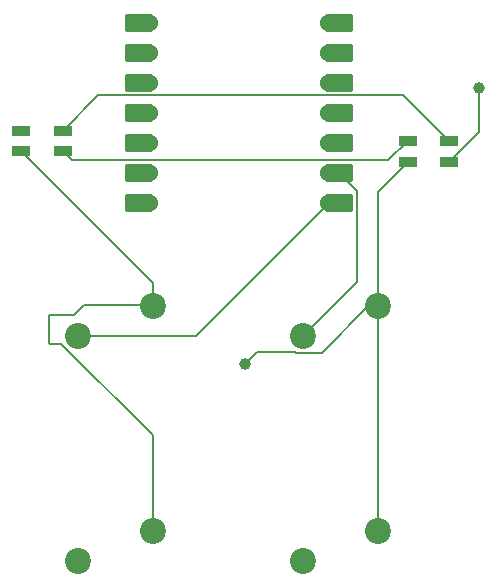
<source format=gbr>
%TF.GenerationSoftware,KiCad,Pcbnew,8.0.7*%
%TF.CreationDate,2025-05-21T00:02:28-04:00*%
%TF.ProjectId,macropad,6d616372-6f70-4616-942e-6b696361645f,rev?*%
%TF.SameCoordinates,Original*%
%TF.FileFunction,Copper,L1,Top*%
%TF.FilePolarity,Positive*%
%FSLAX46Y46*%
G04 Gerber Fmt 4.6, Leading zero omitted, Abs format (unit mm)*
G04 Created by KiCad (PCBNEW 8.0.7) date 2025-05-21 00:02:28*
%MOMM*%
%LPD*%
G01*
G04 APERTURE LIST*
G04 Aperture macros list*
%AMRoundRect*
0 Rectangle with rounded corners*
0 $1 Rounding radius*
0 $2 $3 $4 $5 $6 $7 $8 $9 X,Y pos of 4 corners*
0 Add a 4 corners polygon primitive as box body*
4,1,4,$2,$3,$4,$5,$6,$7,$8,$9,$2,$3,0*
0 Add four circle primitives for the rounded corners*
1,1,$1+$1,$2,$3*
1,1,$1+$1,$4,$5*
1,1,$1+$1,$6,$7*
1,1,$1+$1,$8,$9*
0 Add four rect primitives between the rounded corners*
20,1,$1+$1,$2,$3,$4,$5,0*
20,1,$1+$1,$4,$5,$6,$7,0*
20,1,$1+$1,$6,$7,$8,$9,0*
20,1,$1+$1,$8,$9,$2,$3,0*%
G04 Aperture macros list end*
%TA.AperFunction,SMDPad,CuDef*%
%ADD10RoundRect,0.152400X1.063600X0.609600X-1.063600X0.609600X-1.063600X-0.609600X1.063600X-0.609600X0*%
%TD*%
%TA.AperFunction,ComponentPad*%
%ADD11C,1.524000*%
%TD*%
%TA.AperFunction,SMDPad,CuDef*%
%ADD12RoundRect,0.152400X-1.063600X-0.609600X1.063600X-0.609600X1.063600X0.609600X-1.063600X0.609600X0*%
%TD*%
%TA.AperFunction,ComponentPad*%
%ADD13C,2.200000*%
%TD*%
%TA.AperFunction,SMDPad,CuDef*%
%ADD14R,1.600000X0.850000*%
%TD*%
%TA.AperFunction,ViaPad*%
%ADD15C,1.000000*%
%TD*%
%TA.AperFunction,Conductor*%
%ADD16C,0.200000*%
%TD*%
G04 APERTURE END LIST*
D10*
%TO.P,U1,1,GPIO26/ADC0/A0*%
%TO.N,unconnected-(U1-GPIO26{slash}ADC0{slash}A0-Pad1)*%
X190947500Y-99078750D03*
D11*
X191782500Y-99078750D03*
D10*
%TO.P,U1,2,GPIO27/ADC1/A1*%
%TO.N,unconnected-(U1-GPIO27{slash}ADC1{slash}A1-Pad2)*%
X190947500Y-101618750D03*
D11*
X191782500Y-101618750D03*
D10*
%TO.P,U1,3,GPIO28/ADC2/A2*%
%TO.N,unconnected-(U1-GPIO28{slash}ADC2{slash}A2-Pad3)*%
X190947500Y-104158750D03*
D11*
X191782500Y-104158750D03*
D10*
%TO.P,U1,4,GPIO29/ADC3/A3*%
%TO.N,unconnected-(U1-GPIO29{slash}ADC3{slash}A3-Pad4)*%
X190947500Y-106698750D03*
D11*
X191782500Y-106698750D03*
D10*
%TO.P,U1,5,GPIO6/SDA*%
%TO.N,Net-(D1-DIN)*%
X190947500Y-109238750D03*
D11*
X191782500Y-109238750D03*
D10*
%TO.P,U1,6,GPIO7/SCL*%
%TO.N,unconnected-(U1-GPIO7{slash}SCL-Pad6)*%
X190947500Y-111778750D03*
D11*
X191782500Y-111778750D03*
D10*
%TO.P,U1,7,GPIO0/TX*%
%TO.N,unconnected-(U1-GPIO0{slash}TX-Pad7)*%
X190947500Y-114318750D03*
D11*
X191782500Y-114318750D03*
%TO.P,U1,8,GPIO1/RX*%
%TO.N,Net-(U1-GPIO1{slash}RX)*%
X207022500Y-114318750D03*
D12*
X207857500Y-114318750D03*
D11*
%TO.P,U1,9,GPIO2/SCK*%
%TO.N,Net-(U1-GPIO2{slash}SCK)*%
X207022500Y-111778750D03*
D12*
X207857500Y-111778750D03*
D11*
%TO.P,U1,10,GPIO4/MISO*%
%TO.N,Net-(U1-GPIO4{slash}MISO)*%
X207022500Y-109238750D03*
D12*
X207857500Y-109238750D03*
D11*
%TO.P,U1,11,GPIO3/MOSI*%
%TO.N,Net-(U1-GPIO3{slash}MOSI)*%
X207022500Y-106698750D03*
D12*
X207857500Y-106698750D03*
D11*
%TO.P,U1,12,3V3*%
%TO.N,unconnected-(U1-3V3-Pad12)*%
X207022500Y-104158750D03*
D12*
X207857500Y-104158750D03*
D11*
%TO.P,U1,13,GND*%
%TO.N,unconnected-(U1-GND-Pad13)*%
X207022500Y-101618750D03*
D12*
X207857500Y-101618750D03*
D11*
%TO.P,U1,14,VBUS*%
%TO.N,unconnected-(U1-VBUS-Pad14)*%
X207022500Y-99078750D03*
D12*
X207857500Y-99078750D03*
%TD*%
D13*
%TO.P,SW4,1,1*%
%TO.N,GND*%
X192100000Y-142100000D03*
%TO.P,SW4,2,2*%
%TO.N,Net-(U1-GPIO3{slash}MOSI)*%
X185750000Y-144640000D03*
%TD*%
D14*
%TO.P,D1,1,DOUT*%
%TO.N,Net-(D1-DOUT)*%
X213690000Y-109080000D03*
%TO.P,D1,2,VSS*%
%TO.N,GND*%
X213690000Y-110830000D03*
%TO.P,D1,3,DIN*%
%TO.N,Net-(D1-DIN)*%
X217190000Y-110830000D03*
%TO.P,D1,4,VDD*%
%TO.N,+5V*%
X217190000Y-109080000D03*
%TD*%
D13*
%TO.P,SW3,1,1*%
%TO.N,GND*%
X211150000Y-142100000D03*
%TO.P,SW3,2,2*%
%TO.N,Net-(U1-GPIO4{slash}MISO)*%
X204800000Y-144640000D03*
%TD*%
%TO.P,SW2,1,1*%
%TO.N,GND*%
X211150000Y-123050000D03*
%TO.P,SW2,2,2*%
%TO.N,Net-(U1-GPIO2{slash}SCK)*%
X204800000Y-125590000D03*
%TD*%
%TO.P,SW1,1,1*%
%TO.N,GND*%
X192100000Y-123050000D03*
%TO.P,SW1,2,2*%
%TO.N,Net-(U1-GPIO1{slash}RX)*%
X185750000Y-125590000D03*
%TD*%
D14*
%TO.P,D2,1,DOUT*%
%TO.N,unconnected-(D2-DOUT-Pad1)*%
X180983750Y-108205000D03*
%TO.P,D2,2,VSS*%
%TO.N,GND*%
X180983750Y-109955000D03*
%TO.P,D2,3,DIN*%
%TO.N,Net-(D1-DOUT)*%
X184483750Y-109955000D03*
%TO.P,D2,4,VDD*%
%TO.N,+5V*%
X184483750Y-108205000D03*
%TD*%
D15*
%TO.N,GND*%
X199900000Y-128000000D03*
%TO.N,Net-(D1-DIN)*%
X219700000Y-104600000D03*
%TD*%
D16*
%TO.N,GND*%
X200970000Y-126930000D02*
X204160101Y-126930000D01*
X192100000Y-133993402D02*
X184350000Y-126243402D01*
X204230101Y-127000000D02*
X206416598Y-127000000D01*
X186300000Y-123000000D02*
X192050000Y-123000000D01*
X199900000Y-128000000D02*
X200970000Y-126930000D01*
X192050000Y-123000000D02*
X192100000Y-123050000D01*
X192100000Y-123050000D02*
X192100000Y-121071250D01*
X192100000Y-142100000D02*
X192100000Y-133993402D01*
X211150000Y-113370000D02*
X213690000Y-110830000D01*
X206416598Y-127000000D02*
X210366598Y-123050000D01*
X183356250Y-126206250D02*
X183356250Y-123825000D01*
X210366598Y-123050000D02*
X211150000Y-123050000D01*
X183356250Y-123825000D02*
X185475000Y-123825000D01*
X183393402Y-126243402D02*
X183356250Y-126206250D01*
X192100000Y-121071250D02*
X180983750Y-109955000D01*
X185475000Y-123825000D02*
X186300000Y-123000000D01*
X204160101Y-126930000D02*
X204230101Y-127000000D01*
X211150000Y-142100000D02*
X211150000Y-123050000D01*
X211150000Y-123050000D02*
X211150000Y-113370000D01*
X184350000Y-126243402D02*
X183393402Y-126243402D01*
%TO.N,Net-(D1-DIN)*%
X219700000Y-108320000D02*
X217190000Y-110830000D01*
X219700000Y-104600000D02*
X219700000Y-108320000D01*
%TO.N,Net-(D1-DOUT)*%
X184483750Y-109955000D02*
X185245500Y-110716750D01*
X212053250Y-110716750D02*
X213690000Y-109080000D01*
X185245500Y-110716750D02*
X212053250Y-110716750D01*
%TO.N,+5V*%
X213330750Y-105220750D02*
X217190000Y-109080000D01*
X187468000Y-105220750D02*
X213330750Y-105220750D01*
X184483750Y-108205000D02*
X187468000Y-105220750D01*
%TO.N,Net-(U1-GPIO1{slash}RX)*%
X185750000Y-125590000D02*
X195751250Y-125590000D01*
X195751250Y-125590000D02*
X207022500Y-114318750D01*
%TO.N,Net-(U1-GPIO2{slash}SCK)*%
X204800000Y-125590000D02*
X209373500Y-121016500D01*
X209373500Y-121016500D02*
X209373500Y-113294750D01*
X209373500Y-113294750D02*
X207857500Y-111778750D01*
%TD*%
M02*

</source>
